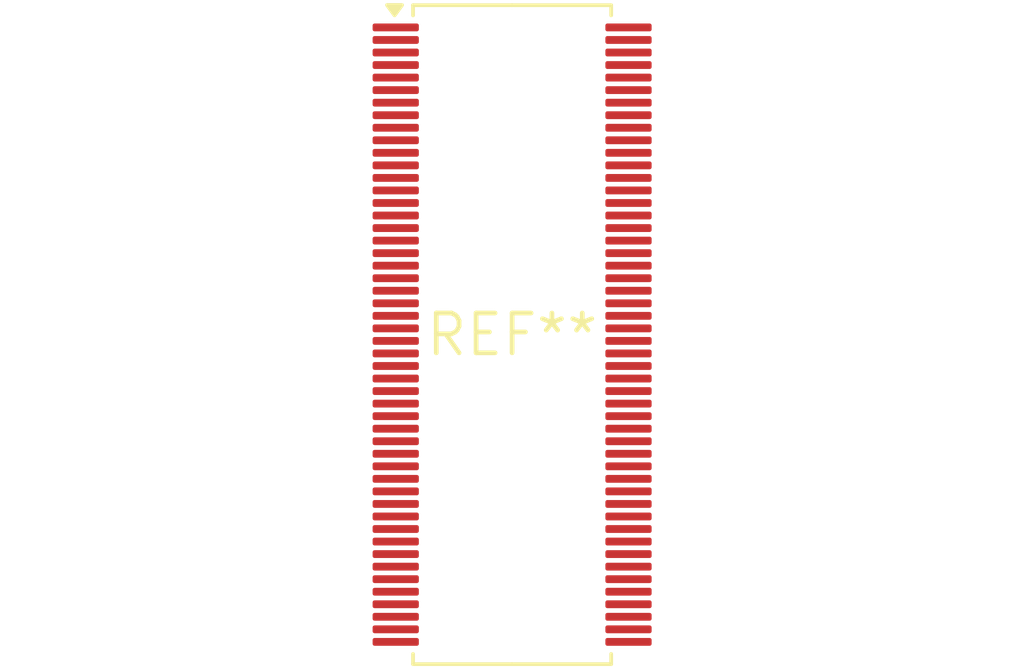
<source format=kicad_pcb>
(kicad_pcb (version 20240108) (generator pcbnew)
  (layers (0 "F.Cu" signal) (31 "B.Cu" signal) (34 "B.Paste" user) (35 "F.Paste" user) (36 "B.SilkS" user "B.Silkscreen") (37 "F.SilkS" user "F.Silkscreen") (38 "B.Mask" user) (39 "F.Mask" user) (44 "Edge.Cuts" user))
  (net 0 "")
  (footprint "TSSOP-100_6.1x20.8mm_P0.4mm" (layer "F.Cu") (at 0 0)
    (property "Reference" "REF**")
    (property "Value" "TSSOP-100_6.1x20.8mm_P0.4mm")
    (fp_line (start -3.16 -10.51) (end -3.16 -10.185) (layer "F.SilkS") (stroke (width 0.12)))
    (fp_line (start -3.16 10.51) (end -3.16 10.185) (layer "F.SilkS") (stroke (width 0.12)))
    (fp_line (start 0 -10.51) (end -3.16 -10.51) (layer "F.SilkS") (stroke (width 0.12)))
    (fp_line (start 0 -10.51) (end 3.16 -10.51) (layer "F.SilkS") (stroke (width 0.12)))
    (fp_line (start 0 10.51) (end -3.16 10.51) (layer "F.SilkS") (stroke (width 0.12)))
    (fp_line (start 0 10.51) (end 3.16 10.51) (layer "F.SilkS") (stroke (width 0.12)))
    (fp_line (start 3.16 -10.51) (end 3.16 -10.185) (layer "F.SilkS") (stroke (width 0.12)))
    (fp_line (start 3.16 10.51) (end 3.16 10.185) (layer "F.SilkS") (stroke (width 0.12)))
    (fp_poly (pts (xy -3.75 -10.185) (xy -3.99 -10.515) (xy -3.51 -10.515) (xy -3.75 -10.185)) (layer "F.SilkS") (stroke (width 0.12)) (fill solid))
    (pad "1" smd roundrect (at -3.7125 -9.8) (size 1.475 0.25) (layers "F.Cu" "F.Paste" "F.Mask"))
    (pad "2" smd roundrect (at -3.7125 -9.4) (size 1.475 0.25) (layers "F.Cu" "F.Paste" "F.Mask"))
    (pad "3" smd roundrect (at -3.7125 -9) (size 1.475 0.25) (layers "F.Cu" "F.Paste" "F.Mask"))
    (pad "4" smd roundrect (at -3.7125 -8.6) (size 1.475 0.25) (layers "F.Cu" "F.Paste" "F.Mask"))
    (pad "5" smd roundrect (at -3.7125 -8.2) (size 1.475 0.25) (layers "F.Cu" "F.Paste" "F.Mask"))
    (pad "6" smd roundrect (at -3.7125 -7.8) (size 1.475 0.25) (layers "F.Cu" "F.Paste" "F.Mask"))
    (pad "7" smd roundrect (at -3.7125 -7.4) (size 1.475 0.25) (layers "F.Cu" "F.Paste" "F.Mask"))
    (pad "8" smd roundrect (at -3.7125 -7) (size 1.475 0.25) (layers "F.Cu" "F.Paste" "F.Mask"))
    (pad "9" smd roundrect (at -3.7125 -6.6) (size 1.475 0.25) (layers "F.Cu" "F.Paste" "F.Mask"))
    (pad "10" smd roundrect (at -3.7125 -6.2) (size 1.475 0.25) (layers "F.Cu" "F.Paste" "F.Mask"))
    (pad "11" smd roundrect (at -3.7125 -5.8) (size 1.475 0.25) (layers "F.Cu" "F.Paste" "F.Mask"))
    (pad "12" smd roundrect (at -3.7125 -5.4) (size 1.475 0.25) (layers "F.Cu" "F.Paste" "F.Mask"))
    (pad "13" smd roundrect (at -3.7125 -5) (size 1.475 0.25) (layers "F.Cu" "F.Paste" "F.Mask"))
    (pad "14" smd roundrect (at -3.7125 -4.6) (size 1.475 0.25) (layers "F.Cu" "F.Paste" "F.Mask"))
    (pad "15" smd roundrect (at -3.7125 -4.2) (size 1.475 0.25) (layers "F.Cu" "F.Paste" "F.Mask"))
    (pad "16" smd roundrect (at -3.7125 -3.8) (size 1.475 0.25) (layers "F.Cu" "F.Paste" "F.Mask"))
    (pad "17" smd roundrect (at -3.7125 -3.4) (size 1.475 0.25) (layers "F.Cu" "F.Paste" "F.Mask"))
    (pad "18" smd roundrect (at -3.7125 -3) (size 1.475 0.25) (layers "F.Cu" "F.Paste" "F.Mask"))
    (pad "19" smd roundrect (at -3.7125 -2.6) (size 1.475 0.25) (layers "F.Cu" "F.Paste" "F.Mask"))
    (pad "20" smd roundrect (at -3.7125 -2.2) (size 1.475 0.25) (layers "F.Cu" "F.Paste" "F.Mask"))
    (pad "21" smd roundrect (at -3.7125 -1.8) (size 1.475 0.25) (layers "F.Cu" "F.Paste" "F.Mask"))
    (pad "22" smd roundrect (at -3.7125 -1.4) (size 1.475 0.25) (layers "F.Cu" "F.Paste" "F.Mask"))
    (pad "23" smd roundrect (at -3.7125 -1) (size 1.475 0.25) (layers "F.Cu" "F.Paste" "F.Mask"))
    (pad "24" smd roundrect (at -3.7125 -0.6) (size 1.475 0.25) (layers "F.Cu" "F.Paste" "F.Mask"))
    (pad "25" smd roundrect (at -3.7125 -0.2) (size 1.475 0.25) (layers "F.Cu" "F.Paste" "F.Mask"))
    (pad "26" smd roundrect (at -3.7125 0.2) (size 1.475 0.25) (layers "F.Cu" "F.Paste" "F.Mask"))
    (pad "27" smd roundrect (at -3.7125 0.6) (size 1.475 0.25) (layers "F.Cu" "F.Paste" "F.Mask"))
    (pad "28" smd roundrect (at -3.7125 1) (size 1.475 0.25) (layers "F.Cu" "F.Paste" "F.Mask"))
    (pad "29" smd roundrect (at -3.7125 1.4) (size 1.475 0.25) (layers "F.Cu" "F.Paste" "F.Mask"))
    (pad "30" smd roundrect (at -3.7125 1.8) (size 1.475 0.25) (layers "F.Cu" "F.Paste" "F.Mask"))
    (pad "31" smd roundrect (at -3.7125 2.2) (size 1.475 0.25) (layers "F.Cu" "F.Paste" "F.Mask"))
    (pad "32" smd roundrect (at -3.7125 2.6) (size 1.475 0.25) (layers "F.Cu" "F.Paste" "F.Mask"))
    (pad "33" smd roundrect (at -3.7125 3) (size 1.475 0.25) (layers "F.Cu" "F.Paste" "F.Mask"))
    (pad "34" smd roundrect (at -3.7125 3.4) (size 1.475 0.25) (layers "F.Cu" "F.Paste" "F.Mask"))
    (pad "35" smd roundrect (at -3.7125 3.8) (size 1.475 0.25) (layers "F.Cu" "F.Paste" "F.Mask"))
    (pad "36" smd roundrect (at -3.7125 4.2) (size 1.475 0.25) (layers "F.Cu" "F.Paste" "F.Mask"))
    (pad "37" smd roundrect (at -3.7125 4.6) (size 1.475 0.25) (layers "F.Cu" "F.Paste" "F.Mask"))
    (pad "38" smd roundrect (at -3.7125 5) (size 1.475 0.25) (layers "F.Cu" "F.Paste" "F.Mask"))
    (pad "39" smd roundrect (at -3.7125 5.4) (size 1.475 0.25) (layers "F.Cu" "F.Paste" "F.Mask"))
    (pad "40" smd roundrect (at -3.7125 5.8) (size 1.475 0.25) (layers "F.Cu" "F.Paste" "F.Mask"))
    (pad "41" smd roundrect (at -3.7125 6.2) (size 1.475 0.25) (layers "F.Cu" "F.Paste" "F.Mask"))
    (pad "42" smd roundrect (at -3.7125 6.6) (size 1.475 0.25) (layers "F.Cu" "F.Paste" "F.Mask"))
    (pad "43" smd roundrect (at -3.7125 7) (size 1.475 0.25) (layers "F.Cu" "F.Paste" "F.Mask"))
    (pad "44" smd roundrect (at -3.7125 7.4) (size 1.475 0.25) (layers "F.Cu" "F.Paste" "F.Mask"))
    (pad "45" smd roundrect (at -3.7125 7.8) (size 1.475 0.25) (layers "F.Cu" "F.Paste" "F.Mask"))
    (pad "46" smd roundrect (at -3.7125 8.2) (size 1.475 0.25) (layers "F.Cu" "F.Paste" "F.Mask"))
    (pad "47" smd roundrect (at -3.7125 8.6) (size 1.475 0.25) (layers "F.Cu" "F.Paste" "F.Mask"))
    (pad "48" smd roundrect (at -3.7125 9) (size 1.475 0.25) (layers "F.Cu" "F.Paste" "F.Mask"))
    (pad "49" smd roundrect (at -3.7125 9.4) (size 1.475 0.25) (layers "F.Cu" "F.Paste" "F.Mask"))
    (pad "50" smd roundrect (at -3.7125 9.8) (size 1.475 0.25) (layers "F.Cu" "F.Paste" "F.Mask"))
    (pad "51" smd roundrect (at 3.7125 9.8) (size 1.475 0.25) (layers "F.Cu" "F.Paste" "F.Mask"))
    (pad "52" smd roundrect (at 3.7125 9.4) (size 1.475 0.25) (layers "F.Cu" "F.Paste" "F.Mask"))
    (pad "53" smd roundrect (at 3.7125 9) (size 1.475 0.25) (layers "F.Cu" "F.Paste" "F.Mask"))
    (pad "54" smd roundrect (at 3.7125 8.6) (size 1.475 0.25) (layers "F.Cu" "F.Paste" "F.Mask"))
    (pad "55" smd roundrect (at 3.7125 8.2) (size 1.475 0.25) (layers "F.Cu" "F.Paste" "F.Mask"))
    (pad "56" smd roundrect (at 3.7125 7.8) (size 1.475 0.25) (layers "F.Cu" "F.Paste" "F.Mask"))
    (pad "57" smd roundrect (at 3.7125 7.4) (size 1.475 0.25) (layers "F.Cu" "F.Paste" "F.Mask"))
    (pad "58" smd roundrect (at 3.7125 7) (size 1.475 0.25) (layers "F.Cu" "F.Paste" "F.Mask"))
    (pad "59" smd roundrect (at 3.7125 6.6) (size 1.475 0.25) (layers "F.Cu" "F.Paste" "F.Mask"))
    (pad "60" smd roundrect (at 3.7125 6.2) (size 1.475 0.25) (layers "F.Cu" "F.Paste" "F.Mask"))
    (pad "61" smd roundrect (at 3.7125 5.8) (size 1.475 0.25) (layers "F.Cu" "F.Paste" "F.Mask"))
    (pad "62" smd roundrect (at 3.7125 5.4) (size 1.475 0.25) (layers "F.Cu" "F.Paste" "F.Mask"))
    (pad "63" smd roundrect (at 3.7125 5) (size 1.475 0.25) (layers "F.Cu" "F.Paste" "F.Mask"))
    (pad "64" smd roundrect (at 3.7125 4.6) (size 1.475 0.25) (layers "F.Cu" "F.Paste" "F.Mask"))
    (pad "65" smd roundrect (at 3.7125 4.2) (size 1.475 0.25) (layers "F.Cu" "F.Paste" "F.Mask"))
    (pad "66" smd roundrect (at 3.7125 3.8) (size 1.475 0.25) (layers "F.Cu" "F.Paste" "F.Mask"))
    (pad "67" smd roundrect (at 3.7125 3.4) (size 1.475 0.25) (layers "F.Cu" "F.Paste" "F.Mask"))
    (pad "68" smd roundrect (at 3.7125 3) (size 1.475 0.25) (layers "F.Cu" "F.Paste" "F.Mask"))
    (pad "69" smd roundrect (at 3.7125 2.6) (size 1.475 0.25) (layers "F.Cu" "F.Paste" "F.Mask"))
    (pad "70" smd roundrect (at 3.7125 2.2) (size 1.475 0.25) (layers "F.Cu" "F.Paste" "F.Mask"))
    (pad "71" smd roundrect (at 3.7125 1.8) (size 1.475 0.25) (layers "F.Cu" "F.Paste" "F.Mask"))
    (pad "72" smd roundrect (at 3.7125 1.4) (size 1.475 0.25) (layers "F.Cu" "F.Paste" "F.Mask"))
    (pad "73" smd roundrect (at 3.7125 1) (size 1.475 0.25) (layers "F.Cu" "F.Paste" "F.Mask"))
    (pad "74" smd roundrect (at 3.7125 0.6) (size 1.475 0.25) (layers "F.Cu" "F.Paste" "F.Mask"))
    (pad "75" smd roundrect (at 3.7125 0.2) (size 1.475 0.25) (layers "F.Cu" "F.Paste" "F.Mask"))
    (pad "76" smd roundrect (at 3.7125 -0.2) (size 1.475 0.25) (layers "F.Cu" "F.Paste" "F.Mask"))
    (pad "77" smd roundrect (at 3.7125 -0.6) (size 1.475 0.25) (layers "F.Cu" "F.Paste" "F.Mask"))
    (pad "78" smd roundrect (at 3.7125 -1) (size 1.475 0.25) (layers "F.Cu" "F.Paste" "F.Mask"))
    (pad "79" smd roundrect (at 3.7125 -1.4) (size 1.475 0.25) (layers "F.Cu" "F.Paste" "F.Mask"))
    (pad "80" smd roundrect (at 3.7125 -1.8) (size 1.475 0.25) (layers "F.Cu" "F.Paste" "F.Mask"))
    (pad "81" smd roundrect (at 3.7125 -2.2) (size 1.475 0.25) (layers "F.Cu" "F.Paste" "F.Mask"))
    (pad "82" smd roundrect (at 3.7125 -2.6) (size 1.475 0.25) (layers "F.Cu" "F.Paste" "F.Mask"))
    (pad "83" smd roundrect (at 3.7125 -3) (size 1.475 0.25) (layers "F.Cu" "F.Paste" "F.Mask"))
    (pad "84" smd roundrect (at 3.7125 -3.4) (size 1.475 0.25) (layers "F.Cu" "F.Paste" "F.Mask"))
    (pad "85" smd roundrect (at 3.7125 -3.8) (size 1.475 0.25) (layers "F.Cu" "F.Paste" "F.Mask"))
    (pad "86" smd roundrect (at 3.7125 -4.2) (size 1.475 0.25) (layers "F.Cu" "F.Paste" "F.Mask"))
    (pad "87" smd roundrect (at 3.7125 -4.6) (size 1.475 0.25) (layers "F.Cu" "F.Paste" "F.Mask"))
    (pad "88" smd roundrect (at 3.7125 -5) (size 1.475 0.25) (layers "F.Cu" "F.Paste" "F.Mask"))
    (pad "89" smd roundrect (at 3.7125 -5.4) (size 1.475 0.25) (layers "F.Cu" "F.Paste" "F.Mask"))
    (pad "90" smd roundrect (at 3.7125 -5.8) (size 1.475 0.25) (layers "F.Cu" "F.Paste" "F.Mask"))
    (pad "91" smd roundrect (at 3.7125 -6.2) (size 1.475 0.25) (layers "F.Cu" "F.Paste" "F.Mask"))
    (pad "92" smd roundrect (at 3.7125 -6.6) (size 1.475 0.25) (layers "F.Cu" "F.Paste" "F.Mask"))
    (pad "93" smd roundrect (at 3.7125 -7) (size 1.475 0.25) (layers "F.Cu" "F.Paste" "F.Mask"))
    (pad "94" smd roundrect (at 3.7125 -7.4) (size 1.475 0.25) (layers "F.Cu" "F.Paste" "F.Mask"))
    (pad "95" smd roundrect (at 3.7125 -7.8) (size 1.475 0.25) (layers "F.Cu" "F.Paste" "F.Mask"))
    (pad "96" smd roundrect (at 3.7125 -8.2) (size 1.475 0.25) (layers "F.Cu" "F.Paste" "F.Mask"))
    (pad "97" smd roundrect (at 3.7125 -8.6) (size 1.475 0.25) (layers "F.Cu" "F.Paste" "F.Mask"))
    (pad "98" smd roundrect (at 3.7125 -9) (size 1.475 0.25) (layers "F.Cu" "F.Paste" "F.Mask"))
    (pad "99" smd roundrect (at 3.7125 -9.4) (size 1.475 0.25) (layers "F.Cu" "F.Paste" "F.Mask"))
    (pad "100" smd roundrect (at 3.7125 -9.8) (size 1.475 0.25) (layers "F.Cu" "F.Paste" "F.Mask"))
  )
)
</source>
